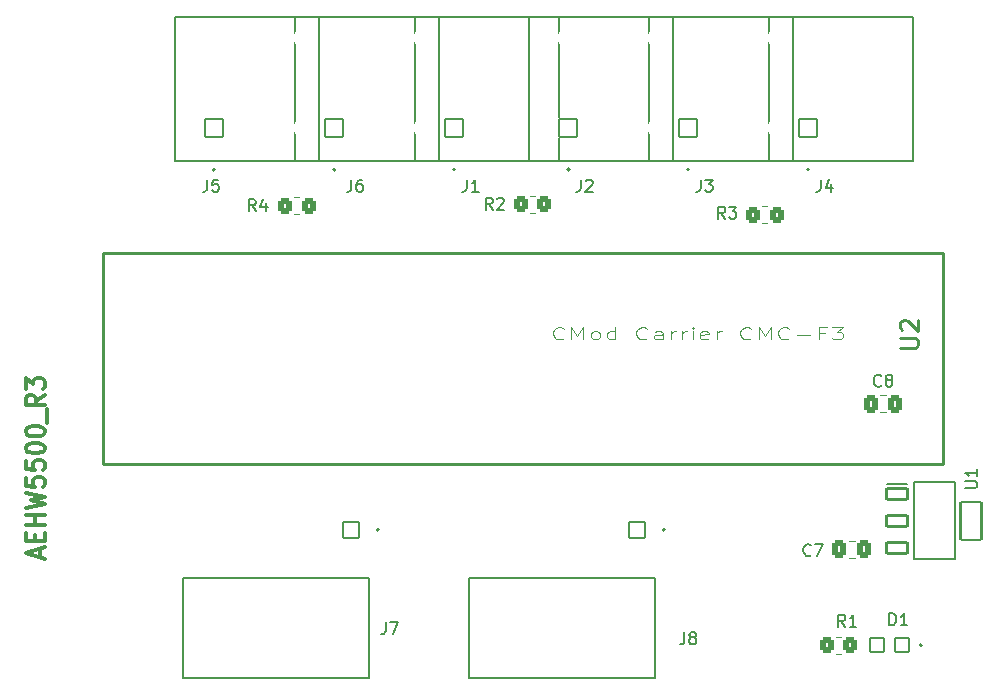
<source format=gbr>
%TF.GenerationSoftware,KiCad,Pcbnew,9.0.0-rc2-32673a0ead~182~ubuntu24.04.1*%
%TF.CreationDate,2025-01-29T18:27:37-05:00*%
%TF.ProjectId,cmod_s7,636d6f64-5f73-4372-9e6b-696361645f70,rev?*%
%TF.SameCoordinates,Original*%
%TF.FileFunction,Legend,Top*%
%TF.FilePolarity,Positive*%
%FSLAX46Y46*%
G04 Gerber Fmt 4.6, Leading zero omitted, Abs format (unit mm)*
G04 Created by KiCad (PCBNEW 9.0.0-rc2-32673a0ead~182~ubuntu24.04.1) date 2025-01-29 18:27:37*
%MOMM*%
%LPD*%
G01*
G04 APERTURE LIST*
G04 Aperture macros list*
%AMRoundRect*
0 Rectangle with rounded corners*
0 $1 Rounding radius*
0 $2 $3 $4 $5 $6 $7 $8 $9 X,Y pos of 4 corners*
0 Add a 4 corners polygon primitive as box body*
4,1,4,$2,$3,$4,$5,$6,$7,$8,$9,$2,$3,0*
0 Add four circle primitives for the rounded corners*
1,1,$1+$1,$2,$3*
1,1,$1+$1,$4,$5*
1,1,$1+$1,$6,$7*
1,1,$1+$1,$8,$9*
0 Add four rect primitives between the rounded corners*
20,1,$1+$1,$2,$3,$4,$5,0*
20,1,$1+$1,$4,$5,$6,$7,0*
20,1,$1+$1,$6,$7,$8,$9,0*
20,1,$1+$1,$8,$9,$2,$3,0*%
G04 Aperture macros list end*
%ADD10C,0.100000*%
%ADD11C,0.300000*%
%ADD12C,0.150000*%
%ADD13C,0.254000*%
%ADD14C,0.200000*%
%ADD15C,0.120000*%
%ADD16C,0.127000*%
%ADD17C,1.594000*%
%ADD18RoundRect,0.102000X0.695000X0.695000X-0.695000X0.695000X-0.695000X-0.695000X0.695000X-0.695000X0*%
%ADD19RoundRect,0.250000X-0.350000X-0.450000X0.350000X-0.450000X0.350000X0.450000X-0.350000X0.450000X0*%
%ADD20RoundRect,0.250000X0.350000X0.450000X-0.350000X0.450000X-0.350000X-0.450000X0.350000X-0.450000X0*%
%ADD21RoundRect,0.102000X0.762000X0.762000X-0.762000X0.762000X-0.762000X-0.762000X0.762000X-0.762000X0*%
%ADD22C,1.728000*%
%ADD23RoundRect,0.250000X0.337500X0.475000X-0.337500X0.475000X-0.337500X-0.475000X0.337500X-0.475000X0*%
%ADD24RoundRect,0.102000X-0.875000X-0.475000X0.875000X-0.475000X0.875000X0.475000X-0.875000X0.475000X0*%
%ADD25RoundRect,0.102000X-0.875000X-1.625000X0.875000X-1.625000X0.875000X1.625000X-0.875000X1.625000X0*%
%ADD26RoundRect,0.102000X0.600000X0.600000X-0.600000X0.600000X-0.600000X-0.600000X0.600000X-0.600000X0*%
%ADD27C,2.286000*%
%ADD28C,6.000000*%
%ADD29C,1.168400*%
G04 APERTURE END LIST*
D10*
X131836074Y-57943180D02*
X131764646Y-57990800D01*
X131764646Y-57990800D02*
X131550360Y-58038419D01*
X131550360Y-58038419D02*
X131407503Y-58038419D01*
X131407503Y-58038419D02*
X131193217Y-57990800D01*
X131193217Y-57990800D02*
X131050360Y-57895561D01*
X131050360Y-57895561D02*
X130978931Y-57800323D01*
X130978931Y-57800323D02*
X130907503Y-57609847D01*
X130907503Y-57609847D02*
X130907503Y-57466990D01*
X130907503Y-57466990D02*
X130978931Y-57276514D01*
X130978931Y-57276514D02*
X131050360Y-57181276D01*
X131050360Y-57181276D02*
X131193217Y-57086038D01*
X131193217Y-57086038D02*
X131407503Y-57038419D01*
X131407503Y-57038419D02*
X131550360Y-57038419D01*
X131550360Y-57038419D02*
X131764646Y-57086038D01*
X131764646Y-57086038D02*
X131836074Y-57133657D01*
X132478931Y-58038419D02*
X132478931Y-57038419D01*
X132478931Y-57038419D02*
X132978931Y-57752704D01*
X132978931Y-57752704D02*
X133478931Y-57038419D01*
X133478931Y-57038419D02*
X133478931Y-58038419D01*
X134407503Y-58038419D02*
X134264646Y-57990800D01*
X134264646Y-57990800D02*
X134193217Y-57943180D01*
X134193217Y-57943180D02*
X134121789Y-57847942D01*
X134121789Y-57847942D02*
X134121789Y-57562228D01*
X134121789Y-57562228D02*
X134193217Y-57466990D01*
X134193217Y-57466990D02*
X134264646Y-57419371D01*
X134264646Y-57419371D02*
X134407503Y-57371752D01*
X134407503Y-57371752D02*
X134621789Y-57371752D01*
X134621789Y-57371752D02*
X134764646Y-57419371D01*
X134764646Y-57419371D02*
X134836075Y-57466990D01*
X134836075Y-57466990D02*
X134907503Y-57562228D01*
X134907503Y-57562228D02*
X134907503Y-57847942D01*
X134907503Y-57847942D02*
X134836075Y-57943180D01*
X134836075Y-57943180D02*
X134764646Y-57990800D01*
X134764646Y-57990800D02*
X134621789Y-58038419D01*
X134621789Y-58038419D02*
X134407503Y-58038419D01*
X136193218Y-58038419D02*
X136193218Y-57038419D01*
X136193218Y-57990800D02*
X136050360Y-58038419D01*
X136050360Y-58038419D02*
X135764646Y-58038419D01*
X135764646Y-58038419D02*
X135621789Y-57990800D01*
X135621789Y-57990800D02*
X135550360Y-57943180D01*
X135550360Y-57943180D02*
X135478932Y-57847942D01*
X135478932Y-57847942D02*
X135478932Y-57562228D01*
X135478932Y-57562228D02*
X135550360Y-57466990D01*
X135550360Y-57466990D02*
X135621789Y-57419371D01*
X135621789Y-57419371D02*
X135764646Y-57371752D01*
X135764646Y-57371752D02*
X136050360Y-57371752D01*
X136050360Y-57371752D02*
X136193218Y-57419371D01*
X138907503Y-57943180D02*
X138836075Y-57990800D01*
X138836075Y-57990800D02*
X138621789Y-58038419D01*
X138621789Y-58038419D02*
X138478932Y-58038419D01*
X138478932Y-58038419D02*
X138264646Y-57990800D01*
X138264646Y-57990800D02*
X138121789Y-57895561D01*
X138121789Y-57895561D02*
X138050360Y-57800323D01*
X138050360Y-57800323D02*
X137978932Y-57609847D01*
X137978932Y-57609847D02*
X137978932Y-57466990D01*
X137978932Y-57466990D02*
X138050360Y-57276514D01*
X138050360Y-57276514D02*
X138121789Y-57181276D01*
X138121789Y-57181276D02*
X138264646Y-57086038D01*
X138264646Y-57086038D02*
X138478932Y-57038419D01*
X138478932Y-57038419D02*
X138621789Y-57038419D01*
X138621789Y-57038419D02*
X138836075Y-57086038D01*
X138836075Y-57086038D02*
X138907503Y-57133657D01*
X140193218Y-58038419D02*
X140193218Y-57514609D01*
X140193218Y-57514609D02*
X140121789Y-57419371D01*
X140121789Y-57419371D02*
X139978932Y-57371752D01*
X139978932Y-57371752D02*
X139693218Y-57371752D01*
X139693218Y-57371752D02*
X139550360Y-57419371D01*
X140193218Y-57990800D02*
X140050360Y-58038419D01*
X140050360Y-58038419D02*
X139693218Y-58038419D01*
X139693218Y-58038419D02*
X139550360Y-57990800D01*
X139550360Y-57990800D02*
X139478932Y-57895561D01*
X139478932Y-57895561D02*
X139478932Y-57800323D01*
X139478932Y-57800323D02*
X139550360Y-57705085D01*
X139550360Y-57705085D02*
X139693218Y-57657466D01*
X139693218Y-57657466D02*
X140050360Y-57657466D01*
X140050360Y-57657466D02*
X140193218Y-57609847D01*
X140907503Y-58038419D02*
X140907503Y-57371752D01*
X140907503Y-57562228D02*
X140978932Y-57466990D01*
X140978932Y-57466990D02*
X141050361Y-57419371D01*
X141050361Y-57419371D02*
X141193218Y-57371752D01*
X141193218Y-57371752D02*
X141336075Y-57371752D01*
X141836074Y-58038419D02*
X141836074Y-57371752D01*
X141836074Y-57562228D02*
X141907503Y-57466990D01*
X141907503Y-57466990D02*
X141978932Y-57419371D01*
X141978932Y-57419371D02*
X142121789Y-57371752D01*
X142121789Y-57371752D02*
X142264646Y-57371752D01*
X142764645Y-58038419D02*
X142764645Y-57371752D01*
X142764645Y-57038419D02*
X142693217Y-57086038D01*
X142693217Y-57086038D02*
X142764645Y-57133657D01*
X142764645Y-57133657D02*
X142836074Y-57086038D01*
X142836074Y-57086038D02*
X142764645Y-57038419D01*
X142764645Y-57038419D02*
X142764645Y-57133657D01*
X144050360Y-57990800D02*
X143907503Y-58038419D01*
X143907503Y-58038419D02*
X143621789Y-58038419D01*
X143621789Y-58038419D02*
X143478931Y-57990800D01*
X143478931Y-57990800D02*
X143407503Y-57895561D01*
X143407503Y-57895561D02*
X143407503Y-57514609D01*
X143407503Y-57514609D02*
X143478931Y-57419371D01*
X143478931Y-57419371D02*
X143621789Y-57371752D01*
X143621789Y-57371752D02*
X143907503Y-57371752D01*
X143907503Y-57371752D02*
X144050360Y-57419371D01*
X144050360Y-57419371D02*
X144121789Y-57514609D01*
X144121789Y-57514609D02*
X144121789Y-57609847D01*
X144121789Y-57609847D02*
X143407503Y-57705085D01*
X144764645Y-58038419D02*
X144764645Y-57371752D01*
X144764645Y-57562228D02*
X144836074Y-57466990D01*
X144836074Y-57466990D02*
X144907503Y-57419371D01*
X144907503Y-57419371D02*
X145050360Y-57371752D01*
X145050360Y-57371752D02*
X145193217Y-57371752D01*
X147693216Y-57943180D02*
X147621788Y-57990800D01*
X147621788Y-57990800D02*
X147407502Y-58038419D01*
X147407502Y-58038419D02*
X147264645Y-58038419D01*
X147264645Y-58038419D02*
X147050359Y-57990800D01*
X147050359Y-57990800D02*
X146907502Y-57895561D01*
X146907502Y-57895561D02*
X146836073Y-57800323D01*
X146836073Y-57800323D02*
X146764645Y-57609847D01*
X146764645Y-57609847D02*
X146764645Y-57466990D01*
X146764645Y-57466990D02*
X146836073Y-57276514D01*
X146836073Y-57276514D02*
X146907502Y-57181276D01*
X146907502Y-57181276D02*
X147050359Y-57086038D01*
X147050359Y-57086038D02*
X147264645Y-57038419D01*
X147264645Y-57038419D02*
X147407502Y-57038419D01*
X147407502Y-57038419D02*
X147621788Y-57086038D01*
X147621788Y-57086038D02*
X147693216Y-57133657D01*
X148336073Y-58038419D02*
X148336073Y-57038419D01*
X148336073Y-57038419D02*
X148836073Y-57752704D01*
X148836073Y-57752704D02*
X149336073Y-57038419D01*
X149336073Y-57038419D02*
X149336073Y-58038419D01*
X150907502Y-57943180D02*
X150836074Y-57990800D01*
X150836074Y-57990800D02*
X150621788Y-58038419D01*
X150621788Y-58038419D02*
X150478931Y-58038419D01*
X150478931Y-58038419D02*
X150264645Y-57990800D01*
X150264645Y-57990800D02*
X150121788Y-57895561D01*
X150121788Y-57895561D02*
X150050359Y-57800323D01*
X150050359Y-57800323D02*
X149978931Y-57609847D01*
X149978931Y-57609847D02*
X149978931Y-57466990D01*
X149978931Y-57466990D02*
X150050359Y-57276514D01*
X150050359Y-57276514D02*
X150121788Y-57181276D01*
X150121788Y-57181276D02*
X150264645Y-57086038D01*
X150264645Y-57086038D02*
X150478931Y-57038419D01*
X150478931Y-57038419D02*
X150621788Y-57038419D01*
X150621788Y-57038419D02*
X150836074Y-57086038D01*
X150836074Y-57086038D02*
X150907502Y-57133657D01*
X151550359Y-57657466D02*
X152693217Y-57657466D01*
X153907502Y-57514609D02*
X153407502Y-57514609D01*
X153407502Y-58038419D02*
X153407502Y-57038419D01*
X153407502Y-57038419D02*
X154121788Y-57038419D01*
X154550359Y-57038419D02*
X155478931Y-57038419D01*
X155478931Y-57038419D02*
X154978931Y-57419371D01*
X154978931Y-57419371D02*
X155193216Y-57419371D01*
X155193216Y-57419371D02*
X155336074Y-57466990D01*
X155336074Y-57466990D02*
X155407502Y-57514609D01*
X155407502Y-57514609D02*
X155478931Y-57609847D01*
X155478931Y-57609847D02*
X155478931Y-57847942D01*
X155478931Y-57847942D02*
X155407502Y-57943180D01*
X155407502Y-57943180D02*
X155336074Y-57990800D01*
X155336074Y-57990800D02*
X155193216Y-58038419D01*
X155193216Y-58038419D02*
X154764645Y-58038419D01*
X154764645Y-58038419D02*
X154621788Y-57990800D01*
X154621788Y-57990800D02*
X154550359Y-57943180D01*
D11*
X87448635Y-76478917D02*
X87448635Y-75764632D01*
X87920350Y-76621774D02*
X86269350Y-76121774D01*
X86269350Y-76121774D02*
X87920350Y-75621774D01*
X87055540Y-75121775D02*
X87055540Y-74621775D01*
X87920350Y-74407489D02*
X87920350Y-75121775D01*
X87920350Y-75121775D02*
X86269350Y-75121775D01*
X86269350Y-75121775D02*
X86269350Y-74407489D01*
X87920350Y-73764632D02*
X86269350Y-73764632D01*
X87055540Y-73764632D02*
X87055540Y-72907489D01*
X87920350Y-72907489D02*
X86269350Y-72907489D01*
X86269350Y-72336060D02*
X87920350Y-71978917D01*
X87920350Y-71978917D02*
X86741064Y-71693203D01*
X86741064Y-71693203D02*
X87920350Y-71407488D01*
X87920350Y-71407488D02*
X86269350Y-71050346D01*
X86269350Y-69764631D02*
X86269350Y-70478917D01*
X86269350Y-70478917D02*
X87055540Y-70550345D01*
X87055540Y-70550345D02*
X86976921Y-70478917D01*
X86976921Y-70478917D02*
X86898302Y-70336060D01*
X86898302Y-70336060D02*
X86898302Y-69978917D01*
X86898302Y-69978917D02*
X86976921Y-69836060D01*
X86976921Y-69836060D02*
X87055540Y-69764631D01*
X87055540Y-69764631D02*
X87212778Y-69693202D01*
X87212778Y-69693202D02*
X87605873Y-69693202D01*
X87605873Y-69693202D02*
X87763111Y-69764631D01*
X87763111Y-69764631D02*
X87841731Y-69836060D01*
X87841731Y-69836060D02*
X87920350Y-69978917D01*
X87920350Y-69978917D02*
X87920350Y-70336060D01*
X87920350Y-70336060D02*
X87841731Y-70478917D01*
X87841731Y-70478917D02*
X87763111Y-70550345D01*
X86269350Y-68336060D02*
X86269350Y-69050346D01*
X86269350Y-69050346D02*
X87055540Y-69121774D01*
X87055540Y-69121774D02*
X86976921Y-69050346D01*
X86976921Y-69050346D02*
X86898302Y-68907489D01*
X86898302Y-68907489D02*
X86898302Y-68550346D01*
X86898302Y-68550346D02*
X86976921Y-68407489D01*
X86976921Y-68407489D02*
X87055540Y-68336060D01*
X87055540Y-68336060D02*
X87212778Y-68264631D01*
X87212778Y-68264631D02*
X87605873Y-68264631D01*
X87605873Y-68264631D02*
X87763111Y-68336060D01*
X87763111Y-68336060D02*
X87841731Y-68407489D01*
X87841731Y-68407489D02*
X87920350Y-68550346D01*
X87920350Y-68550346D02*
X87920350Y-68907489D01*
X87920350Y-68907489D02*
X87841731Y-69050346D01*
X87841731Y-69050346D02*
X87763111Y-69121774D01*
X86269350Y-67336060D02*
X86269350Y-67193203D01*
X86269350Y-67193203D02*
X86347969Y-67050346D01*
X86347969Y-67050346D02*
X86426588Y-66978918D01*
X86426588Y-66978918D02*
X86583826Y-66907489D01*
X86583826Y-66907489D02*
X86898302Y-66836060D01*
X86898302Y-66836060D02*
X87291397Y-66836060D01*
X87291397Y-66836060D02*
X87605873Y-66907489D01*
X87605873Y-66907489D02*
X87763111Y-66978918D01*
X87763111Y-66978918D02*
X87841731Y-67050346D01*
X87841731Y-67050346D02*
X87920350Y-67193203D01*
X87920350Y-67193203D02*
X87920350Y-67336060D01*
X87920350Y-67336060D02*
X87841731Y-67478918D01*
X87841731Y-67478918D02*
X87763111Y-67550346D01*
X87763111Y-67550346D02*
X87605873Y-67621775D01*
X87605873Y-67621775D02*
X87291397Y-67693203D01*
X87291397Y-67693203D02*
X86898302Y-67693203D01*
X86898302Y-67693203D02*
X86583826Y-67621775D01*
X86583826Y-67621775D02*
X86426588Y-67550346D01*
X86426588Y-67550346D02*
X86347969Y-67478918D01*
X86347969Y-67478918D02*
X86269350Y-67336060D01*
X86269350Y-65907489D02*
X86269350Y-65764632D01*
X86269350Y-65764632D02*
X86347969Y-65621775D01*
X86347969Y-65621775D02*
X86426588Y-65550347D01*
X86426588Y-65550347D02*
X86583826Y-65478918D01*
X86583826Y-65478918D02*
X86898302Y-65407489D01*
X86898302Y-65407489D02*
X87291397Y-65407489D01*
X87291397Y-65407489D02*
X87605873Y-65478918D01*
X87605873Y-65478918D02*
X87763111Y-65550347D01*
X87763111Y-65550347D02*
X87841731Y-65621775D01*
X87841731Y-65621775D02*
X87920350Y-65764632D01*
X87920350Y-65764632D02*
X87920350Y-65907489D01*
X87920350Y-65907489D02*
X87841731Y-66050347D01*
X87841731Y-66050347D02*
X87763111Y-66121775D01*
X87763111Y-66121775D02*
X87605873Y-66193204D01*
X87605873Y-66193204D02*
X87291397Y-66264632D01*
X87291397Y-66264632D02*
X86898302Y-66264632D01*
X86898302Y-66264632D02*
X86583826Y-66193204D01*
X86583826Y-66193204D02*
X86426588Y-66121775D01*
X86426588Y-66121775D02*
X86347969Y-66050347D01*
X86347969Y-66050347D02*
X86269350Y-65907489D01*
X88077588Y-65121776D02*
X88077588Y-63978918D01*
X87920350Y-62764633D02*
X87134159Y-63264633D01*
X87920350Y-63621776D02*
X86269350Y-63621776D01*
X86269350Y-63621776D02*
X86269350Y-63050347D01*
X86269350Y-63050347D02*
X86347969Y-62907490D01*
X86347969Y-62907490D02*
X86426588Y-62836061D01*
X86426588Y-62836061D02*
X86583826Y-62764633D01*
X86583826Y-62764633D02*
X86819683Y-62764633D01*
X86819683Y-62764633D02*
X86976921Y-62836061D01*
X86976921Y-62836061D02*
X87055540Y-62907490D01*
X87055540Y-62907490D02*
X87134159Y-63050347D01*
X87134159Y-63050347D02*
X87134159Y-63621776D01*
X86269350Y-62264633D02*
X86269350Y-61336061D01*
X86269350Y-61336061D02*
X86898302Y-61836061D01*
X86898302Y-61836061D02*
X86898302Y-61621776D01*
X86898302Y-61621776D02*
X86976921Y-61478919D01*
X86976921Y-61478919D02*
X87055540Y-61407490D01*
X87055540Y-61407490D02*
X87212778Y-61336061D01*
X87212778Y-61336061D02*
X87605873Y-61336061D01*
X87605873Y-61336061D02*
X87763111Y-61407490D01*
X87763111Y-61407490D02*
X87841731Y-61478919D01*
X87841731Y-61478919D02*
X87920350Y-61621776D01*
X87920350Y-61621776D02*
X87920350Y-62050347D01*
X87920350Y-62050347D02*
X87841731Y-62193204D01*
X87841731Y-62193204D02*
X87763111Y-62264633D01*
D12*
X116760666Y-82004819D02*
X116760666Y-82719104D01*
X116760666Y-82719104D02*
X116713047Y-82861961D01*
X116713047Y-82861961D02*
X116617809Y-82957200D01*
X116617809Y-82957200D02*
X116474952Y-83004819D01*
X116474952Y-83004819D02*
X116379714Y-83004819D01*
X117141619Y-82004819D02*
X117808285Y-82004819D01*
X117808285Y-82004819D02*
X117379714Y-83004819D01*
X155662333Y-82369819D02*
X155329000Y-81893628D01*
X155090905Y-82369819D02*
X155090905Y-81369819D01*
X155090905Y-81369819D02*
X155471857Y-81369819D01*
X155471857Y-81369819D02*
X155567095Y-81417438D01*
X155567095Y-81417438D02*
X155614714Y-81465057D01*
X155614714Y-81465057D02*
X155662333Y-81560295D01*
X155662333Y-81560295D02*
X155662333Y-81703152D01*
X155662333Y-81703152D02*
X155614714Y-81798390D01*
X155614714Y-81798390D02*
X155567095Y-81846009D01*
X155567095Y-81846009D02*
X155471857Y-81893628D01*
X155471857Y-81893628D02*
X155090905Y-81893628D01*
X156614714Y-82369819D02*
X156043286Y-82369819D01*
X156329000Y-82369819D02*
X156329000Y-81369819D01*
X156329000Y-81369819D02*
X156233762Y-81512676D01*
X156233762Y-81512676D02*
X156138524Y-81607914D01*
X156138524Y-81607914D02*
X156043286Y-81655533D01*
X105751333Y-47190819D02*
X105418000Y-46714628D01*
X105179905Y-47190819D02*
X105179905Y-46190819D01*
X105179905Y-46190819D02*
X105560857Y-46190819D01*
X105560857Y-46190819D02*
X105656095Y-46238438D01*
X105656095Y-46238438D02*
X105703714Y-46286057D01*
X105703714Y-46286057D02*
X105751333Y-46381295D01*
X105751333Y-46381295D02*
X105751333Y-46524152D01*
X105751333Y-46524152D02*
X105703714Y-46619390D01*
X105703714Y-46619390D02*
X105656095Y-46667009D01*
X105656095Y-46667009D02*
X105560857Y-46714628D01*
X105560857Y-46714628D02*
X105179905Y-46714628D01*
X106608476Y-46524152D02*
X106608476Y-47190819D01*
X106370381Y-46143200D02*
X106132286Y-46857485D01*
X106132286Y-46857485D02*
X106751333Y-46857485D01*
X123618666Y-44539819D02*
X123618666Y-45254104D01*
X123618666Y-45254104D02*
X123571047Y-45396961D01*
X123571047Y-45396961D02*
X123475809Y-45492200D01*
X123475809Y-45492200D02*
X123332952Y-45539819D01*
X123332952Y-45539819D02*
X123237714Y-45539819D01*
X124618666Y-45539819D02*
X124047238Y-45539819D01*
X124332952Y-45539819D02*
X124332952Y-44539819D01*
X124332952Y-44539819D02*
X124237714Y-44682676D01*
X124237714Y-44682676D02*
X124142476Y-44777914D01*
X124142476Y-44777914D02*
X124047238Y-44825533D01*
X152741333Y-76305580D02*
X152693714Y-76353200D01*
X152693714Y-76353200D02*
X152550857Y-76400819D01*
X152550857Y-76400819D02*
X152455619Y-76400819D01*
X152455619Y-76400819D02*
X152312762Y-76353200D01*
X152312762Y-76353200D02*
X152217524Y-76257961D01*
X152217524Y-76257961D02*
X152169905Y-76162723D01*
X152169905Y-76162723D02*
X152122286Y-75972247D01*
X152122286Y-75972247D02*
X152122286Y-75829390D01*
X152122286Y-75829390D02*
X152169905Y-75638914D01*
X152169905Y-75638914D02*
X152217524Y-75543676D01*
X152217524Y-75543676D02*
X152312762Y-75448438D01*
X152312762Y-75448438D02*
X152455619Y-75400819D01*
X152455619Y-75400819D02*
X152550857Y-75400819D01*
X152550857Y-75400819D02*
X152693714Y-75448438D01*
X152693714Y-75448438D02*
X152741333Y-75496057D01*
X153074667Y-75400819D02*
X153741333Y-75400819D01*
X153741333Y-75400819D02*
X153312762Y-76400819D01*
X165824819Y-70611904D02*
X166634342Y-70611904D01*
X166634342Y-70611904D02*
X166729580Y-70564285D01*
X166729580Y-70564285D02*
X166777200Y-70516666D01*
X166777200Y-70516666D02*
X166824819Y-70421428D01*
X166824819Y-70421428D02*
X166824819Y-70230952D01*
X166824819Y-70230952D02*
X166777200Y-70135714D01*
X166777200Y-70135714D02*
X166729580Y-70088095D01*
X166729580Y-70088095D02*
X166634342Y-70040476D01*
X166634342Y-70040476D02*
X165824819Y-70040476D01*
X166824819Y-69040476D02*
X166824819Y-69611904D01*
X166824819Y-69326190D02*
X165824819Y-69326190D01*
X165824819Y-69326190D02*
X165967676Y-69421428D01*
X165967676Y-69421428D02*
X166062914Y-69516666D01*
X166062914Y-69516666D02*
X166110533Y-69611904D01*
X101638266Y-44539819D02*
X101638266Y-45254104D01*
X101638266Y-45254104D02*
X101590647Y-45396961D01*
X101590647Y-45396961D02*
X101495409Y-45492200D01*
X101495409Y-45492200D02*
X101352552Y-45539819D01*
X101352552Y-45539819D02*
X101257314Y-45539819D01*
X102590647Y-44539819D02*
X102114457Y-44539819D01*
X102114457Y-44539819D02*
X102066838Y-45016009D01*
X102066838Y-45016009D02*
X102114457Y-44968390D01*
X102114457Y-44968390D02*
X102209695Y-44920771D01*
X102209695Y-44920771D02*
X102447790Y-44920771D01*
X102447790Y-44920771D02*
X102543028Y-44968390D01*
X102543028Y-44968390D02*
X102590647Y-45016009D01*
X102590647Y-45016009D02*
X102638266Y-45111247D01*
X102638266Y-45111247D02*
X102638266Y-45349342D01*
X102638266Y-45349342D02*
X102590647Y-45444580D01*
X102590647Y-45444580D02*
X102543028Y-45492200D01*
X102543028Y-45492200D02*
X102447790Y-45539819D01*
X102447790Y-45539819D02*
X102209695Y-45539819D01*
X102209695Y-45539819D02*
X102114457Y-45492200D01*
X102114457Y-45492200D02*
X102066838Y-45444580D01*
X159408905Y-82242819D02*
X159408905Y-81242819D01*
X159408905Y-81242819D02*
X159647000Y-81242819D01*
X159647000Y-81242819D02*
X159789857Y-81290438D01*
X159789857Y-81290438D02*
X159885095Y-81385676D01*
X159885095Y-81385676D02*
X159932714Y-81480914D01*
X159932714Y-81480914D02*
X159980333Y-81671390D01*
X159980333Y-81671390D02*
X159980333Y-81814247D01*
X159980333Y-81814247D02*
X159932714Y-82004723D01*
X159932714Y-82004723D02*
X159885095Y-82099961D01*
X159885095Y-82099961D02*
X159789857Y-82195200D01*
X159789857Y-82195200D02*
X159647000Y-82242819D01*
X159647000Y-82242819D02*
X159408905Y-82242819D01*
X160932714Y-82242819D02*
X160361286Y-82242819D01*
X160647000Y-82242819D02*
X160647000Y-81242819D01*
X160647000Y-81242819D02*
X160551762Y-81385676D01*
X160551762Y-81385676D02*
X160456524Y-81480914D01*
X160456524Y-81480914D02*
X160361286Y-81528533D01*
X153590666Y-44539819D02*
X153590666Y-45254104D01*
X153590666Y-45254104D02*
X153543047Y-45396961D01*
X153543047Y-45396961D02*
X153447809Y-45492200D01*
X153447809Y-45492200D02*
X153304952Y-45539819D01*
X153304952Y-45539819D02*
X153209714Y-45539819D01*
X154495428Y-44873152D02*
X154495428Y-45539819D01*
X154257333Y-44492200D02*
X154019238Y-45206485D01*
X154019238Y-45206485D02*
X154638285Y-45206485D01*
X125817333Y-47063819D02*
X125484000Y-46587628D01*
X125245905Y-47063819D02*
X125245905Y-46063819D01*
X125245905Y-46063819D02*
X125626857Y-46063819D01*
X125626857Y-46063819D02*
X125722095Y-46111438D01*
X125722095Y-46111438D02*
X125769714Y-46159057D01*
X125769714Y-46159057D02*
X125817333Y-46254295D01*
X125817333Y-46254295D02*
X125817333Y-46397152D01*
X125817333Y-46397152D02*
X125769714Y-46492390D01*
X125769714Y-46492390D02*
X125722095Y-46540009D01*
X125722095Y-46540009D02*
X125626857Y-46587628D01*
X125626857Y-46587628D02*
X125245905Y-46587628D01*
X126198286Y-46159057D02*
X126245905Y-46111438D01*
X126245905Y-46111438D02*
X126341143Y-46063819D01*
X126341143Y-46063819D02*
X126579238Y-46063819D01*
X126579238Y-46063819D02*
X126674476Y-46111438D01*
X126674476Y-46111438D02*
X126722095Y-46159057D01*
X126722095Y-46159057D02*
X126769714Y-46254295D01*
X126769714Y-46254295D02*
X126769714Y-46349533D01*
X126769714Y-46349533D02*
X126722095Y-46492390D01*
X126722095Y-46492390D02*
X126150667Y-47063819D01*
X126150667Y-47063819D02*
X126769714Y-47063819D01*
X142033666Y-82864319D02*
X142033666Y-83578604D01*
X142033666Y-83578604D02*
X141986047Y-83721461D01*
X141986047Y-83721461D02*
X141890809Y-83816700D01*
X141890809Y-83816700D02*
X141747952Y-83864319D01*
X141747952Y-83864319D02*
X141652714Y-83864319D01*
X142652714Y-83292890D02*
X142557476Y-83245271D01*
X142557476Y-83245271D02*
X142509857Y-83197652D01*
X142509857Y-83197652D02*
X142462238Y-83102414D01*
X142462238Y-83102414D02*
X142462238Y-83054795D01*
X142462238Y-83054795D02*
X142509857Y-82959557D01*
X142509857Y-82959557D02*
X142557476Y-82911938D01*
X142557476Y-82911938D02*
X142652714Y-82864319D01*
X142652714Y-82864319D02*
X142843190Y-82864319D01*
X142843190Y-82864319D02*
X142938428Y-82911938D01*
X142938428Y-82911938D02*
X142986047Y-82959557D01*
X142986047Y-82959557D02*
X143033666Y-83054795D01*
X143033666Y-83054795D02*
X143033666Y-83102414D01*
X143033666Y-83102414D02*
X142986047Y-83197652D01*
X142986047Y-83197652D02*
X142938428Y-83245271D01*
X142938428Y-83245271D02*
X142843190Y-83292890D01*
X142843190Y-83292890D02*
X142652714Y-83292890D01*
X142652714Y-83292890D02*
X142557476Y-83340509D01*
X142557476Y-83340509D02*
X142509857Y-83388128D01*
X142509857Y-83388128D02*
X142462238Y-83483366D01*
X142462238Y-83483366D02*
X142462238Y-83673842D01*
X142462238Y-83673842D02*
X142509857Y-83769080D01*
X142509857Y-83769080D02*
X142557476Y-83816700D01*
X142557476Y-83816700D02*
X142652714Y-83864319D01*
X142652714Y-83864319D02*
X142843190Y-83864319D01*
X142843190Y-83864319D02*
X142938428Y-83816700D01*
X142938428Y-83816700D02*
X142986047Y-83769080D01*
X142986047Y-83769080D02*
X143033666Y-83673842D01*
X143033666Y-83673842D02*
X143033666Y-83483366D01*
X143033666Y-83483366D02*
X142986047Y-83388128D01*
X142986047Y-83388128D02*
X142938428Y-83340509D01*
X142938428Y-83340509D02*
X142843190Y-83292890D01*
D13*
X160328283Y-58779037D02*
X161561997Y-58779037D01*
X161561997Y-58779037D02*
X161707140Y-58706466D01*
X161707140Y-58706466D02*
X161779712Y-58633895D01*
X161779712Y-58633895D02*
X161852283Y-58488752D01*
X161852283Y-58488752D02*
X161852283Y-58198466D01*
X161852283Y-58198466D02*
X161779712Y-58053323D01*
X161779712Y-58053323D02*
X161707140Y-57980752D01*
X161707140Y-57980752D02*
X161561997Y-57908180D01*
X161561997Y-57908180D02*
X160328283Y-57908180D01*
X160473426Y-57255038D02*
X160400854Y-57182466D01*
X160400854Y-57182466D02*
X160328283Y-57037324D01*
X160328283Y-57037324D02*
X160328283Y-56674466D01*
X160328283Y-56674466D02*
X160400854Y-56529324D01*
X160400854Y-56529324D02*
X160473426Y-56456752D01*
X160473426Y-56456752D02*
X160618569Y-56384181D01*
X160618569Y-56384181D02*
X160763712Y-56384181D01*
X160763712Y-56384181D02*
X160981426Y-56456752D01*
X160981426Y-56456752D02*
X161852283Y-57327609D01*
X161852283Y-57327609D02*
X161852283Y-56384181D01*
D12*
X133270666Y-44539819D02*
X133270666Y-45254104D01*
X133270666Y-45254104D02*
X133223047Y-45396961D01*
X133223047Y-45396961D02*
X133127809Y-45492200D01*
X133127809Y-45492200D02*
X132984952Y-45539819D01*
X132984952Y-45539819D02*
X132889714Y-45539819D01*
X133699238Y-44635057D02*
X133746857Y-44587438D01*
X133746857Y-44587438D02*
X133842095Y-44539819D01*
X133842095Y-44539819D02*
X134080190Y-44539819D01*
X134080190Y-44539819D02*
X134175428Y-44587438D01*
X134175428Y-44587438D02*
X134223047Y-44635057D01*
X134223047Y-44635057D02*
X134270666Y-44730295D01*
X134270666Y-44730295D02*
X134270666Y-44825533D01*
X134270666Y-44825533D02*
X134223047Y-44968390D01*
X134223047Y-44968390D02*
X133651619Y-45539819D01*
X133651619Y-45539819D02*
X134270666Y-45539819D01*
X113839666Y-44539819D02*
X113839666Y-45254104D01*
X113839666Y-45254104D02*
X113792047Y-45396961D01*
X113792047Y-45396961D02*
X113696809Y-45492200D01*
X113696809Y-45492200D02*
X113553952Y-45539819D01*
X113553952Y-45539819D02*
X113458714Y-45539819D01*
X114744428Y-44539819D02*
X114553952Y-44539819D01*
X114553952Y-44539819D02*
X114458714Y-44587438D01*
X114458714Y-44587438D02*
X114411095Y-44635057D01*
X114411095Y-44635057D02*
X114315857Y-44777914D01*
X114315857Y-44777914D02*
X114268238Y-44968390D01*
X114268238Y-44968390D02*
X114268238Y-45349342D01*
X114268238Y-45349342D02*
X114315857Y-45444580D01*
X114315857Y-45444580D02*
X114363476Y-45492200D01*
X114363476Y-45492200D02*
X114458714Y-45539819D01*
X114458714Y-45539819D02*
X114649190Y-45539819D01*
X114649190Y-45539819D02*
X114744428Y-45492200D01*
X114744428Y-45492200D02*
X114792047Y-45444580D01*
X114792047Y-45444580D02*
X114839666Y-45349342D01*
X114839666Y-45349342D02*
X114839666Y-45111247D01*
X114839666Y-45111247D02*
X114792047Y-45016009D01*
X114792047Y-45016009D02*
X114744428Y-44968390D01*
X114744428Y-44968390D02*
X114649190Y-44920771D01*
X114649190Y-44920771D02*
X114458714Y-44920771D01*
X114458714Y-44920771D02*
X114363476Y-44968390D01*
X114363476Y-44968390D02*
X114315857Y-45016009D01*
X114315857Y-45016009D02*
X114268238Y-45111247D01*
X143430666Y-44539819D02*
X143430666Y-45254104D01*
X143430666Y-45254104D02*
X143383047Y-45396961D01*
X143383047Y-45396961D02*
X143287809Y-45492200D01*
X143287809Y-45492200D02*
X143144952Y-45539819D01*
X143144952Y-45539819D02*
X143049714Y-45539819D01*
X143811619Y-44539819D02*
X144430666Y-44539819D01*
X144430666Y-44539819D02*
X144097333Y-44920771D01*
X144097333Y-44920771D02*
X144240190Y-44920771D01*
X144240190Y-44920771D02*
X144335428Y-44968390D01*
X144335428Y-44968390D02*
X144383047Y-45016009D01*
X144383047Y-45016009D02*
X144430666Y-45111247D01*
X144430666Y-45111247D02*
X144430666Y-45349342D01*
X144430666Y-45349342D02*
X144383047Y-45444580D01*
X144383047Y-45444580D02*
X144335428Y-45492200D01*
X144335428Y-45492200D02*
X144240190Y-45539819D01*
X144240190Y-45539819D02*
X143954476Y-45539819D01*
X143954476Y-45539819D02*
X143859238Y-45492200D01*
X143859238Y-45492200D02*
X143811619Y-45444580D01*
X158710333Y-61954580D02*
X158662714Y-62002200D01*
X158662714Y-62002200D02*
X158519857Y-62049819D01*
X158519857Y-62049819D02*
X158424619Y-62049819D01*
X158424619Y-62049819D02*
X158281762Y-62002200D01*
X158281762Y-62002200D02*
X158186524Y-61906961D01*
X158186524Y-61906961D02*
X158138905Y-61811723D01*
X158138905Y-61811723D02*
X158091286Y-61621247D01*
X158091286Y-61621247D02*
X158091286Y-61478390D01*
X158091286Y-61478390D02*
X158138905Y-61287914D01*
X158138905Y-61287914D02*
X158186524Y-61192676D01*
X158186524Y-61192676D02*
X158281762Y-61097438D01*
X158281762Y-61097438D02*
X158424619Y-61049819D01*
X158424619Y-61049819D02*
X158519857Y-61049819D01*
X158519857Y-61049819D02*
X158662714Y-61097438D01*
X158662714Y-61097438D02*
X158710333Y-61145057D01*
X159281762Y-61478390D02*
X159186524Y-61430771D01*
X159186524Y-61430771D02*
X159138905Y-61383152D01*
X159138905Y-61383152D02*
X159091286Y-61287914D01*
X159091286Y-61287914D02*
X159091286Y-61240295D01*
X159091286Y-61240295D02*
X159138905Y-61145057D01*
X159138905Y-61145057D02*
X159186524Y-61097438D01*
X159186524Y-61097438D02*
X159281762Y-61049819D01*
X159281762Y-61049819D02*
X159472238Y-61049819D01*
X159472238Y-61049819D02*
X159567476Y-61097438D01*
X159567476Y-61097438D02*
X159615095Y-61145057D01*
X159615095Y-61145057D02*
X159662714Y-61240295D01*
X159662714Y-61240295D02*
X159662714Y-61287914D01*
X159662714Y-61287914D02*
X159615095Y-61383152D01*
X159615095Y-61383152D02*
X159567476Y-61430771D01*
X159567476Y-61430771D02*
X159472238Y-61478390D01*
X159472238Y-61478390D02*
X159281762Y-61478390D01*
X159281762Y-61478390D02*
X159186524Y-61526009D01*
X159186524Y-61526009D02*
X159138905Y-61573628D01*
X159138905Y-61573628D02*
X159091286Y-61668866D01*
X159091286Y-61668866D02*
X159091286Y-61859342D01*
X159091286Y-61859342D02*
X159138905Y-61954580D01*
X159138905Y-61954580D02*
X159186524Y-62002200D01*
X159186524Y-62002200D02*
X159281762Y-62049819D01*
X159281762Y-62049819D02*
X159472238Y-62049819D01*
X159472238Y-62049819D02*
X159567476Y-62002200D01*
X159567476Y-62002200D02*
X159615095Y-61954580D01*
X159615095Y-61954580D02*
X159662714Y-61859342D01*
X159662714Y-61859342D02*
X159662714Y-61668866D01*
X159662714Y-61668866D02*
X159615095Y-61573628D01*
X159615095Y-61573628D02*
X159567476Y-61526009D01*
X159567476Y-61526009D02*
X159472238Y-61478390D01*
X145502333Y-47825819D02*
X145169000Y-47349628D01*
X144930905Y-47825819D02*
X144930905Y-46825819D01*
X144930905Y-46825819D02*
X145311857Y-46825819D01*
X145311857Y-46825819D02*
X145407095Y-46873438D01*
X145407095Y-46873438D02*
X145454714Y-46921057D01*
X145454714Y-46921057D02*
X145502333Y-47016295D01*
X145502333Y-47016295D02*
X145502333Y-47159152D01*
X145502333Y-47159152D02*
X145454714Y-47254390D01*
X145454714Y-47254390D02*
X145407095Y-47302009D01*
X145407095Y-47302009D02*
X145311857Y-47349628D01*
X145311857Y-47349628D02*
X144930905Y-47349628D01*
X145835667Y-46825819D02*
X146454714Y-46825819D01*
X146454714Y-46825819D02*
X146121381Y-47206771D01*
X146121381Y-47206771D02*
X146264238Y-47206771D01*
X146264238Y-47206771D02*
X146359476Y-47254390D01*
X146359476Y-47254390D02*
X146407095Y-47302009D01*
X146407095Y-47302009D02*
X146454714Y-47397247D01*
X146454714Y-47397247D02*
X146454714Y-47635342D01*
X146454714Y-47635342D02*
X146407095Y-47730580D01*
X146407095Y-47730580D02*
X146359476Y-47778200D01*
X146359476Y-47778200D02*
X146264238Y-47825819D01*
X146264238Y-47825819D02*
X145978524Y-47825819D01*
X145978524Y-47825819D02*
X145883286Y-47778200D01*
X145883286Y-47778200D02*
X145835667Y-47730580D01*
D14*
%TO.C,J7*%
X116178000Y-74168000D02*
G75*
G02*
X115978000Y-74168000I-100000J0D01*
G01*
X115978000Y-74168000D02*
G75*
G02*
X116178000Y-74168000I100000J0D01*
G01*
X99567000Y-78232000D02*
X115317000Y-78232000D01*
X99567000Y-86742000D02*
X99567000Y-78232000D01*
X99567000Y-86742000D02*
X115317000Y-86742000D01*
X115317000Y-78232000D02*
X115317000Y-86742000D01*
D15*
%TO.C,R1*%
X154855936Y-83212000D02*
X155310064Y-83212000D01*
X154855936Y-84682000D02*
X155310064Y-84682000D01*
%TO.C,R4*%
X109447064Y-47471000D02*
X108992936Y-47471000D01*
X109447064Y-46001000D02*
X108992936Y-46001000D01*
D16*
%TO.C,J1*%
X131445000Y-42957500D02*
X119253000Y-42957500D01*
X131445000Y-30765500D02*
X131445000Y-42957500D01*
X119253000Y-42957500D02*
X119253000Y-30765500D01*
X119253000Y-30765500D02*
X131445000Y-30765500D01*
D14*
X122655000Y-43663500D02*
G75*
G02*
X122455000Y-43663500I-100000J0D01*
G01*
X122455000Y-43663500D02*
G75*
G02*
X122655000Y-43663500I100000J0D01*
G01*
D15*
%TO.C,C7*%
X156471252Y-76554000D02*
X155948748Y-76554000D01*
X156471252Y-75084000D02*
X155948748Y-75084000D01*
D14*
%TO.C,U1*%
X159170000Y-70281000D02*
X160920000Y-70281000D01*
X161445000Y-70156000D02*
X164945000Y-70156000D01*
X161445000Y-76656000D02*
X161445000Y-70156000D01*
X164945000Y-70156000D02*
X164945000Y-76656000D01*
X164945000Y-76656000D02*
X161445000Y-76656000D01*
D16*
%TO.C,J5*%
X111099600Y-42991500D02*
X98907600Y-42991500D01*
X111099600Y-30799500D02*
X111099600Y-42991500D01*
X98907600Y-42991500D02*
X98907600Y-30799500D01*
X98907600Y-30799500D02*
X111099600Y-30799500D01*
D14*
X102309600Y-43697500D02*
G75*
G02*
X102109600Y-43697500I-100000J0D01*
G01*
X102109600Y-43697500D02*
G75*
G02*
X102309600Y-43697500I100000J0D01*
G01*
%TO.C,D1*%
X162151000Y-83947000D02*
G75*
G02*
X161951000Y-83947000I-100000J0D01*
G01*
X161951000Y-83947000D02*
G75*
G02*
X162151000Y-83947000I100000J0D01*
G01*
D16*
%TO.C,J4*%
X161401000Y-42957500D02*
X149209000Y-42957500D01*
X161401000Y-30765500D02*
X161401000Y-42957500D01*
X149209000Y-42957500D02*
X149209000Y-30765500D01*
X149209000Y-30765500D02*
X161401000Y-30765500D01*
D14*
X152611000Y-43663500D02*
G75*
G02*
X152411000Y-43663500I-100000J0D01*
G01*
X152411000Y-43663500D02*
G75*
G02*
X152611000Y-43663500I100000J0D01*
G01*
D15*
%TO.C,R2*%
X129402064Y-47344000D02*
X128947936Y-47344000D01*
X129402064Y-45874000D02*
X128947936Y-45874000D01*
D14*
%TO.C,J8*%
X139540500Y-78232000D02*
X139540500Y-86742000D01*
X123790500Y-86742000D02*
X139540500Y-86742000D01*
X123790500Y-86742000D02*
X123790500Y-78232000D01*
X123790500Y-78232000D02*
X139540500Y-78232000D01*
X140401500Y-74168000D02*
G75*
G02*
X140201500Y-74168000I-100000J0D01*
G01*
X140201500Y-74168000D02*
G75*
G02*
X140401500Y-74168000I100000J0D01*
G01*
D13*
%TO.C,U2*%
X92847000Y-68640000D02*
X92847000Y-50740000D01*
X163947000Y-68640000D02*
X92847000Y-68640000D01*
X163947000Y-68640000D02*
X163947000Y-50740000D01*
X163947000Y-50740000D02*
X92847000Y-50740000D01*
D16*
%TO.C,J2*%
X141113000Y-42957500D02*
X128921000Y-42957500D01*
X141113000Y-30765500D02*
X141113000Y-42957500D01*
X128921000Y-42957500D02*
X128921000Y-30765500D01*
X128921000Y-30765500D02*
X141113000Y-30765500D01*
D14*
X132323000Y-43663500D02*
G75*
G02*
X132123000Y-43663500I-100000J0D01*
G01*
X132123000Y-43663500D02*
G75*
G02*
X132323000Y-43663500I100000J0D01*
G01*
D16*
%TO.C,J6*%
X121285000Y-42991500D02*
X109093000Y-42991500D01*
X121285000Y-30799500D02*
X121285000Y-42991500D01*
X109093000Y-42991500D02*
X109093000Y-30799500D01*
X109093000Y-30799500D02*
X121285000Y-30799500D01*
D14*
X112495000Y-43697500D02*
G75*
G02*
X112295000Y-43697500I-100000J0D01*
G01*
X112295000Y-43697500D02*
G75*
G02*
X112495000Y-43697500I100000J0D01*
G01*
D16*
%TO.C,J3*%
X151225000Y-42957500D02*
X139033000Y-42957500D01*
X151225000Y-30765500D02*
X151225000Y-42957500D01*
X139033000Y-42957500D02*
X139033000Y-30765500D01*
X139033000Y-30765500D02*
X151225000Y-30765500D01*
D14*
X142435000Y-43663500D02*
G75*
G02*
X142235000Y-43663500I-100000J0D01*
G01*
X142235000Y-43663500D02*
G75*
G02*
X142435000Y-43663500I100000J0D01*
G01*
D15*
%TO.C,C8*%
X159138252Y-64235000D02*
X158615748Y-64235000D01*
X159138252Y-62765000D02*
X158615748Y-62765000D01*
%TO.C,R3*%
X149071064Y-48233000D02*
X148616936Y-48233000D01*
X149071064Y-46763000D02*
X148616936Y-46763000D01*
%TD*%
%LPC*%
D17*
%TO.C,J7*%
X101092000Y-76708000D03*
X103632000Y-76708000D03*
X106172000Y-76708000D03*
X108712000Y-76708000D03*
X111252000Y-76708000D03*
X113792000Y-76708000D03*
X101092000Y-74168000D03*
X103632000Y-74168000D03*
X106172000Y-74168000D03*
X108712000Y-74168000D03*
X111252000Y-74168000D03*
D18*
X113792000Y-74168000D03*
%TD*%
D19*
%TO.C,R1*%
X154083000Y-83947000D03*
X156083000Y-83947000D03*
%TD*%
D20*
%TO.C,R4*%
X110220000Y-46736000D03*
X108220000Y-46736000D03*
%TD*%
D21*
%TO.C,J1*%
X122555000Y-40163500D03*
D22*
X127635000Y-40163500D03*
X130175000Y-40163500D03*
X130175000Y-32543500D03*
X122555000Y-32543500D03*
%TD*%
D23*
%TO.C,C7*%
X157247500Y-75819000D03*
X155172500Y-75819000D03*
%TD*%
D24*
%TO.C,U1*%
X160045000Y-71106000D03*
X160045000Y-73406000D03*
X160045000Y-75706000D03*
D25*
X166345000Y-73406000D03*
%TD*%
D21*
%TO.C,J5*%
X102209600Y-40197500D03*
D22*
X107289600Y-40197500D03*
X109829600Y-40197500D03*
X109829600Y-32577500D03*
X102209600Y-32577500D03*
%TD*%
D26*
%TO.C,D1*%
X160451000Y-83947000D03*
X158351000Y-83947000D03*
%TD*%
D21*
%TO.C,J4*%
X152511000Y-40163500D03*
D22*
X155051000Y-40163500D03*
X157591000Y-40163500D03*
X160131000Y-40163500D03*
X160131000Y-32543500D03*
X152511000Y-32543500D03*
%TD*%
D20*
%TO.C,R2*%
X130175000Y-46609000D03*
X128175000Y-46609000D03*
%TD*%
D18*
%TO.C,J8*%
X138015500Y-74168000D03*
D17*
X135475500Y-74168000D03*
X132935500Y-74168000D03*
X130395500Y-74168000D03*
X127855500Y-74168000D03*
X125315500Y-74168000D03*
X138015500Y-76708000D03*
X135475500Y-76708000D03*
X132935500Y-76708000D03*
X130395500Y-76708000D03*
X127855500Y-76708000D03*
X125315500Y-76708000D03*
%TD*%
D27*
%TO.C,U2*%
X101600000Y-67340000D03*
X104140000Y-67340000D03*
X106680000Y-67340000D03*
X109220000Y-67340000D03*
X111760000Y-67340000D03*
X114300000Y-67340000D03*
X116840000Y-67340000D03*
X119380000Y-67340000D03*
X121920000Y-67340000D03*
X139700000Y-67340000D03*
X142240000Y-67340000D03*
X144780000Y-67340000D03*
X147320000Y-67340000D03*
X149860000Y-67340000D03*
X152400000Y-67340000D03*
X154940000Y-67340000D03*
X157480000Y-67340000D03*
X160020000Y-67340000D03*
X160020000Y-52100000D03*
X157480000Y-52100000D03*
X154940000Y-52100000D03*
X152400000Y-52100000D03*
X149860000Y-52100000D03*
X147320000Y-52100000D03*
X144780000Y-52100000D03*
X142240000Y-52100000D03*
X139700000Y-52100000D03*
X121920000Y-52100000D03*
X119380000Y-52100000D03*
X116840000Y-52100000D03*
X114300000Y-52100000D03*
X111760000Y-52100000D03*
X109220000Y-52100000D03*
X106680000Y-52100000D03*
X104140000Y-52100000D03*
X101600000Y-52100000D03*
%TD*%
D21*
%TO.C,J2*%
X132223000Y-40163500D03*
D22*
X134763000Y-40163500D03*
X137303000Y-40163500D03*
X139843000Y-40163500D03*
X139843000Y-32543500D03*
X132223000Y-32543500D03*
%TD*%
D21*
%TO.C,J6*%
X112395000Y-40197500D03*
D22*
X114935000Y-40197500D03*
X117475000Y-40197500D03*
X120015000Y-40197500D03*
X120015000Y-32577500D03*
X112395000Y-32577500D03*
%TD*%
D21*
%TO.C,J3*%
X142335000Y-40163500D03*
D22*
X147415000Y-40163500D03*
X149955000Y-40163500D03*
X149955000Y-32543500D03*
X142335000Y-32543500D03*
%TD*%
D23*
%TO.C,C8*%
X159914500Y-63500000D03*
X157839500Y-63500000D03*
%TD*%
D20*
%TO.C,R3*%
X149844000Y-47498000D03*
X147844000Y-47498000D03*
%TD*%
D28*
%TO.C,H2*%
X167640000Y-36927000D03*
%TD*%
%TO.C,H3*%
X89662002Y-36546000D03*
%TD*%
%TO.C,H1*%
X89662002Y-80996000D03*
%TD*%
%TO.C,H4*%
X167640000Y-82042000D03*
%TD*%
D29*
X167894000Y-50546000D03*
X167894000Y-48006000D03*
X167894000Y-45466000D03*
X89712800Y-45669200D03*
X89712800Y-42494200D03*
X89712800Y-48336200D03*
%LPD*%
M02*

</source>
